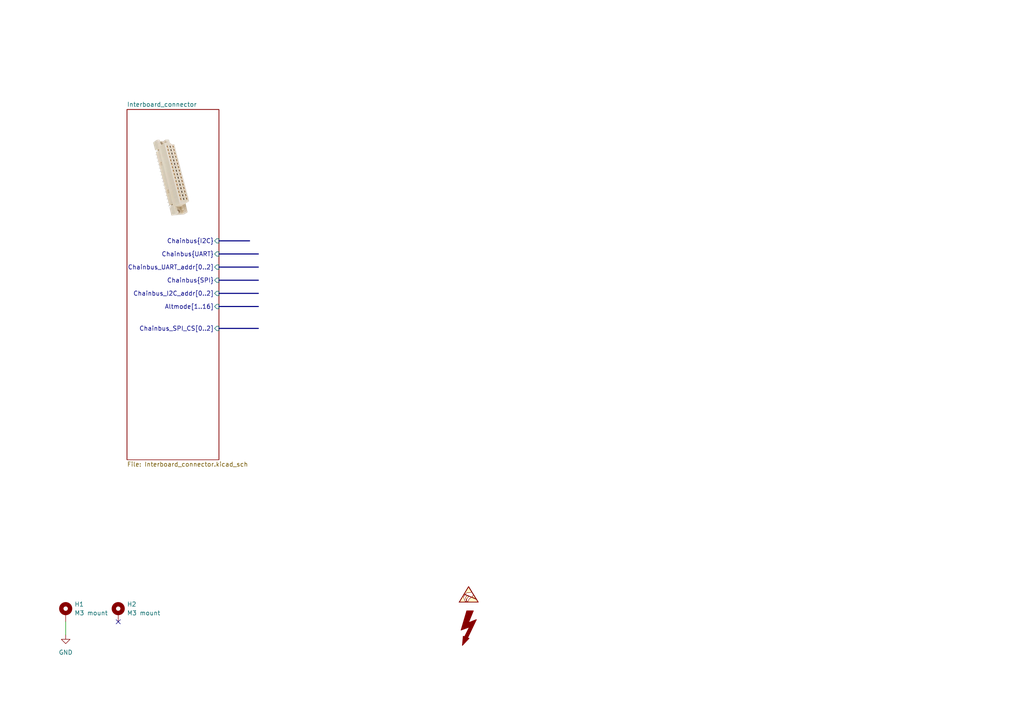
<source format=kicad_sch>
(kicad_sch (version 20250114) (generator "eeschema") (generator_version "9.0")
  (paper "A4")
  (title_block (title "MMS2 Hat template small (Change Me)") (date "2026-01-07") (rev "A") (company "Moducard System") (comment 1 "Artem Horiunov, modified by Wojciech Szafrański") (comment 2 "Designed in poland"))
  (lib_symbols
    (symbol "Graphic:SYM_ESD_Small" (in_bom no) (on_board no)
      (symbol "SYM_ESD_Small_0_0"
        (polyline (pts (xy -2.667 -1.905) (xy 2.794 -1.905) (xy 0 2.54) (xy -2.667 -1.905)) (stroke (width 0.254)))
        (polyline (pts (xy -1.27 0.381) (xy 2.159 -1.016)) (stroke (width 0.254)))
        (polyline (pts (xy 2.7432 -1.905) (xy 2.7178 -1.8796) (xy 2.6162 -1.6764) (xy 2.5654 -1.6002) (xy 2.4892 -1.4986) (xy 2.4384 -1.3716) (xy 1.7526 -0.2286) (xy 1.7018 -0.127) (xy 1.6256 -0.0508) (xy 1.6002 0.0508) (xy 1.5494 0.1016) (xy 1.4986 0.2032) (xy 1.4732 0.2286) (xy 1.4732 0.2032) (xy 1.4478 0.2032) (xy 1.3208 0.0762) (xy 1.2954 0.0254) (xy 1.2954 -0.0254) (xy 1.27 -0.0762) (xy 1.2446 -0.1524) (xy 1.143 -0.254) (xy 1.0922 -0.3302) (xy 1.0414 -0.3556) (xy 0.9144 -0.4826) (xy 0.762 -0.5842) (xy 0.6604 -0.6604) (xy 0.508 -0.762) (xy 0.4572 -0.8128) (xy 0.3556 -0.8636) (xy 0.3048 -0.9144) (xy 0.2286 -0.9652) (xy 0.0762 -1.1938) (xy 0.0254 -1.2954) (xy -0.0254 -1.4224) (xy -0.0508 -1.4986) (xy -0.1016 -1.5748) (xy -0.127 -1.651) (xy -0.1778 -1.6764) (xy -0.2032 -1.7272) (xy -0.254 -1.7526) (xy -0.4064 -1.7526) (xy -0.4064 -1.7272) (xy -0.4572 -1.7018) (xy -0.4826 -1.6256) (xy -0.508 -1.524) (xy -0.508 -1.0922) (xy -0.4572 -0.889) (xy -0.4064 -0.8128) (xy -0.254 -0.6604) (xy -0.2032 -0.5842) (xy -0.127 -0.5334) (xy -0.1016 -0.4826) (xy -0.0762 -0.4064) (xy -0.0508 -0.3556) (xy -0.0254 -0.3302) (xy -0.0254 -0.2794) (xy 0 -0.2286) (xy -0.0762 -0.1524) (xy -0.127 -0.127) (xy -0.1524 -0.0762) (xy -0.2032 -0.0508) (xy -0.2286 -0.0254) (xy -0.254 -0.0254) (xy -0.3048 -0.0762) (xy -0.3556 -0.1016) (xy -0.4318 -0.127) (xy -0.4826 -0.1524) (xy -0.5588 -0.2286) (xy -0.6096 -0.254) (xy -0.8382 -0.4826) (xy -0.8128 -0.5588) (xy -0.7874 -0.5842) (xy -0.7874 -0.8636) (xy -0.8128 -0.889) (xy -0.8128 -0.9652) (xy -0.762 -1.016) (xy -0.762 -1.0414) (xy -0.6604 -1.2954) (xy -0.6604 -1.5748) (xy -0.6858 -1.6002) (xy -0.6858 -1.6256) (xy -0.7366 -1.7018) (xy -0.8382 -1.7526) (xy -0.9144 -1.7526) (xy -0.9398 -1.7272) (xy -0.9652 -1.6764) (xy -1.016 -1.6002) (xy -1.0414 -1.524) (xy -1.143 -1.27) (xy -1.2192 -1.0414) (xy -1.27 -0.9652) (xy -1.2954 -0.889) (xy -1.3208 -0.8382) (xy -1.3208 -0.8128) (xy -1.3716 -0.7112) (xy -1.397 -0.5842) (xy -1.397 -0.4826) (xy -1.3716 -0.381) (xy -1.3208 -0.254) (xy -1.2954 -0.2032) (xy -1.1938 -0.0508) (xy -1.0414 0.1524) (xy -0.9906 0.2032) (xy -0.9652 0.254) (xy -0.9144 0.3302) (xy -0.889 0.381) (xy -0.8636 0.381) (xy -0.8128 0.508) (xy -0.6096 0.7112) (xy -0.5334 0.7366) (xy -0.508 0.762) (xy -0.4318 0.762) (xy -0.3556 0.7874) (xy -0.2286 0.8128) (xy -0.1016 0.8128) (xy 0.0508 0.8382) (xy 0.2032 0.8382) (xy 0.3048 0.8636) (xy 0.4826 0.8636) (xy 0.5334 0.889) (xy 0.5842 0.889) (xy 0.6858 0.9398) (xy 0.7112 0.9652) (xy 0.762 0.9906) (xy 0.8128 1.0414) (xy 0.8636 1.0668) (xy 0.889 1.1176) (xy 0.9144 1.143) (xy 0.9144 1.1938) (xy 0.889 1.2192) (xy 0.8636 1.27) (xy 0.8128 1.3462) (xy 0.7112 1.5494) (xy 0.635 1.651) (xy 0.5842 1.7526) (xy 0.508 1.8796) (xy 0.4572 1.9558) (xy 0.381 2.0828) (xy 0.3048 2.1844) (xy 0.254 2.286) (xy 0.2032 2.3622) (xy 0.1778 2.4384) (xy 0.1016 2.5146) (xy 0.1016 2.54) (xy 0.0762 2.5654) (xy 0.0762 2.5908) (xy 0.0254 2.5908) (xy 0.0254 2.5654) (xy -0.0254 2.5146) (xy -0.1016 2.3622) (xy -0.254 2.1336) (xy -0.3048 2.032) (xy -0.4572 1.778) (xy -0.5588 1.6256) (xy -0.762 1.27) (xy -0.889 1.0668) (xy -1.016 0.8382) (xy -1.1684 0.6096) (xy -1.3208 0.3302) (xy -1.397 0.2032) (xy -1.524 -0.0254) (xy -1.778 -0.4318) (xy -1.8796 -0.635) (xy -2.0066 -0.8128) (xy -2.1082 -0.9906) (xy -2.2098 -1.143) (xy -2.286 -1.2954) (xy -2.4384 -1.5494) (xy -2.4892 -1.651) (xy -2.5654 -1.7526) (xy -2.5908 -1.8288) (xy -2.6162 -1.8796) (xy -2.6416 -1.905) (xy -2.6416 -1.9304) (xy 2.7432 -1.9304) (xy 2.7432 -1.905)) (stroke (width 0.127)) (fill (type background)))
      )
    )
    (symbol "Graphic:SYM_Flash_Large" (in_bom no) (on_board no)
      (symbol "SYM_Flash_Large_0_1"
        (polyline (pts (xy -0.508 4.445) (xy 1.397 4.445) (xy 0 1.016) (xy 2.286 1.905) (xy -0.508 -3.937) (xy -1.397 -3.556) (xy 0.254 -0.254) (xy -2.159 -1.143) (xy -0.508 4.445)) (stroke (width 0.2032)) (fill (type outline)))
        (polyline (pts (xy 0.127 -3.556) (xy -1.524 -2.921) (xy -1.778 -5.588) (xy 0.127 -3.556)) (stroke (width 0.2032)) (fill (type outline)))
      )
    )
    (symbol "Mechanical:MountingHole_Pad" (pin_numbers (hide yes)) (pin_names (offset 1.016) (hide yes)) (exclude_from_sim yes) (in_bom no)
      (property "Reference" "H" (at 0 6.35 0))
      (property "Value" "MountingHole_Pad" (at 0 4.445 0))
      (symbol "MountingHole_Pad_0_1"
        (circle (center 0 1.27) (radius 1.27) (stroke (width 1.27)))
      )
      (symbol "MountingHole_Pad_1_1"
        (pin input line (at 0 -2.54 90) (length 2.54) (name "1") (number "1"))
      )
    )
    (symbol "power:GND" (power) (pin_numbers (hide yes)) (pin_names (offset 0) (hide yes))
      (property "Value" "GND" (at 0 -3.81 0))
      (symbol "GND_0_1"
        (polyline (pts (xy 0 0) (xy 0 -1.27) (xy 1.27 -1.27) (xy 0 -2.54) (xy -1.27 -1.27) (xy 0 -1.27)))
      )
      (symbol "GND_1_1"
        (pin power_in line (at 0 0 270) (length 0) (name "~") (number "1"))
      )
    )
  )
  (bus_alias "CAN" (members "+" "-"))
  (bus_alias "QSPI" (members "IO0" "IO1" "IO2" "IO3" "CS" "SCLK"))
  (bus_alias "SWD" (members "SWCLK" "SWDIO" "~{RST}"))
  (bus_alias "USB" (members "D+" "D-"))
  (no_connect (at 34.29 180.34))
  (bus (pts (xy 74.93 77.47) (xy 63.5 77.47)))
  (wire (pts (xy 19.05 180.34) (xy 19.05 184.15)))
  (bus (pts (xy 74.93 81.28) (xy 63.5 81.28)))
  (bus (pts (xy 74.93 95.25) (xy 63.5 95.25)))
  (bus (pts (xy 74.93 85.09) (xy 63.5 85.09)))
  (bus (pts (xy 74.93 88.9) (xy 63.5 88.9)))
  (bus (pts (xy 74.93 73.66) (xy 63.5 73.66)))
  (bus (pts (xy 72.39 69.85) (xy 63.5 69.85)))
  (image (at 49.53 52.07))
  (symbol (lib_id "Graphic:SYM_Flash_Large") (at 135.89 181.61 0) (unit 1) (exclude_from_sim yes) (in_bom no) (on_board no)
    (property "Reference" "#SYM2" (effects (hide yes)))
    (property "Value" "SYM_Flash_Large" (effects (hide yes)))
    (property "Footprint" "QRcode:QR" (effects (hide yes)))
    (property "Description" "Flash symbol, large" (effects (hide yes)))
  )
  (symbol (lib_id "power:GND") (at 19.05 184.15 0) (unit 1)
    (property "Reference" "#PWR0101" (effects (hide yes)))
    (property "Value" "GND" (at 19.05 189.23 0))
    (property "Description" "Power symbol creates a global label with name \"GND\" , ground" (effects (hide yes)))
  )
  (symbol (lib_id "Graphic:SYM_ESD_Small") (at 135.89 172.72 0) (unit 1) (exclude_from_sim yes) (in_bom no) (on_board no)
    (property "Reference" "#SYM1" (effects (hide yes)))
    (property "Value" "SYM_ESD_Small" (effects (hide yes)))
    (property "Footprint" "Symbol:ESD-Logo_6.6x6mm_SilkScreen" (effects (hide yes)))
    (property "Description" "ESD warning/\"Do not touch\" symbol, small" (effects (hide yes)))
  )
  (symbol (lib_id "Mechanical:MountingHole_Pad") (at 34.29 177.8 0) (unit 1) (exclude_from_sim yes) (in_bom no)
    (property "Reference" "H2" (at 36.83 175.26 0) (effects (justify left)))
    (property "Value" "M3 mount" (at 36.83 177.8 0) (effects (justify left)))
    (property "Footprint" "MountingHole:MountingHole_3.2mm_M3_DIN965_Pad" (effects (hide yes)))
    (property "Description" "Mounting Hole with connection" (effects (hide yes)))
  )
  (symbol (lib_id "Mechanical:MountingHole_Pad") (at 19.05 177.8 0) (unit 1) (exclude_from_sim yes) (in_bom no)
    (property "Reference" "H1" (at 21.59 175.26 0) (effects (justify left)))
    (property "Value" "M3 mount" (at 21.59 177.8 0) (effects (justify left)))
    (property "Footprint" "MountingHole:MountingHole_3.2mm_M3_DIN965_Pad" (effects (hide yes)))
    (property "Description" "Mounting Hole with connection" (effects (hide yes)))
  )
  (sheet (at 36.83 31.75) (size 26.67 101.6) (stroke (width 0.1524))
    (property "Sheetname" "Interboard_connector" (at 36.83 31.0384 0) (effects (justify left bottom)))
    (property "Sheetfile" "Interboard_connector.kicad_sch" (at 36.83 133.9346 0) (effects (justify left top)))
    (pin "Chainbus{UART}" input (at 63.5 73.66 0))
    (pin "Chainbus_UART_addr[0..2]" input (at 63.5 77.47 0))
    (pin "Chainbus{SPI}" input (at 63.5 81.28 0))
    (pin "Chainbus_I2C_addr[0..2]" input (at 63.5 85.09 0))
    (pin "Altmode[1..16]" input (at 63.5 88.9 0))
    (pin "Chainbus{I2C}" input (at 63.5 69.85 0))
    (pin "Chainbus_SPI_CS[0..2]" input (at 63.5 95.25 0))
  )
)
</source>
